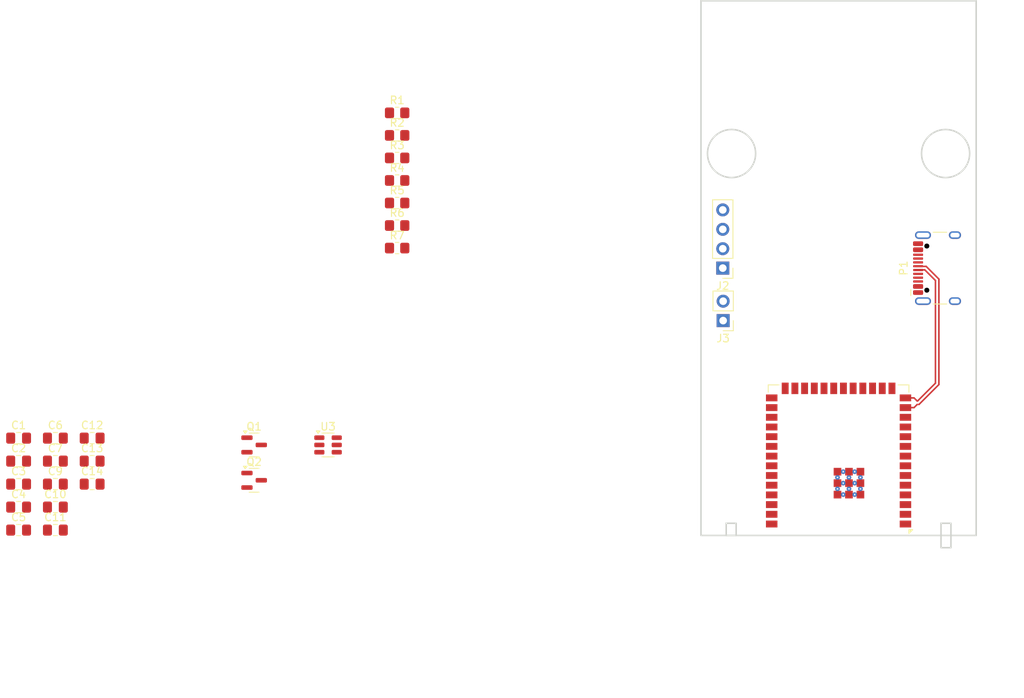
<source format=kicad_pcb>
(kicad_pcb (version 20240108) (generator "pcbnew") (generator_version "8.0")
  (layers (0 "F.Cu" signal) (31 "B.Cu" signal) (34 "B.Paste" user) (35 "F.Paste" user) (36 "B.SilkS" user "B.Silkscreen") (37 "F.SilkS" user "F.Silkscreen") (38 "B.Mask" user) (39 "F.Mask" user) (44 "Edge.Cuts" user))
  (net 0 "")
  (net 1 "+3.3V")
  (net 2 "GND")
  (net 3 "Net-(U1-EN)")
  (net 4 "USBD-")
  (net 5 "USBD+")
  (net 6 "+24V")
  (net 7 "Net-(U3-SW)")
  (net 8 "Net-(U3-BOOT)")
  (net 9 "+5V")
  (net 10 "Net-(U3-FB)")
  (net 11 "/PWM")
  (net 12 "/FG")
  (net 14 "VBUS")
  (net 16 "/PWM33")
  (net 17 "/FG33")
  (net 28 "/LED1")
  (net 34 "Net-(SW1-B)")
  (net 39 "/LED2")
  (footprint "Capacitor_SMD:C_0805_2012Metric_Pad1.18x1.45mm_HandSolder" (layer "F.Cu") (at 64.7925 102.765)
    (property "Reference" "C7" (at 0 -1.68 0) (layer "F.SilkS"))
    (property "Value" "22uF")
    (fp_line (start -0.261252 -0.735) (end 0.261252 -0.735) (stroke (width 0.12)) (layer "F.SilkS"))
    (fp_line (start -0.261252 0.735) (end 0.261252 0.735) (stroke (width 0.12)) (layer "F.SilkS"))
    (pad "1" smd roundrect (at -1.0375 0) (size 1.175 1.45) (layers "F.Cu" "F.Paste" "F.Mask") (roundrect_rratio 0.212766) (net 2 "GND"))
    (pad "2" smd roundrect (at 1.0375 0) (size 1.175 1.45) (layers "F.Cu" "F.Paste" "F.Mask") (roundrect_rratio 0.212766) (net 6 "+24V"))
  )
  (footprint "Connector_USB:USB_C_Receptacle_HCTL_HC-TYPE-C-16P-01A" (layer "F.Cu") (at 181.4 77.5 90)
    (property "Reference" "P1" (at 0 -5.645 90) (layer "F.SilkS"))
    (property "Value" "USB_C_Plug_USB2.0")
    (fp_line (start -2.8 -4.7) (end -3.6 -4.7) (stroke (width 0.12)) (layer "F.SilkS"))
    (fp_line (start 4.7 -1.78) (end 4.7 0) (stroke (width 0.12)) (layer "F.SilkS"))
    (fp_line (start -4.7 -1.78) (end -4.7 0) (stroke (width 0.12)) (layer "F.SilkS"))
    (pad "" np_thru_hole circle (at -2.89 -2.605 90) (size 0.65 0.65) (drill 0.65) (layers "*.Mask"))
    (pad "" np_thru_hole circle (at 2.89 -2.605 90) (size 0.65 0.65) (drill 0.65) (layers "*.Mask"))
    (pad "A1" smd roundrect (at -3.2 -3.745 90) (size 0.6 1.3) (layers "F.Cu" "F.Paste" "F.Mask") (net 2 "GND"))
    (pad "A4" smd roundrect (at -2.4 -3.745 90) (size 0.6 1.3) (layers "F.Cu" "F.Paste" "F.Mask") (net 14 "VBUS"))
    (pad "A5" smd roundrect (at -1.25 -3.745 90) (size 0.3 1.3) (layers "F.Cu" "F.Paste" "F.Mask"))
    (pad "A6" smd roundrect (at -0.25 -3.745 90) (size 0.3 1.3) (layers "F.Cu" "F.Paste" "F.Mask") (net 5 "USBD+"))
    (pad "A7" smd roundrect (at 0.25 -3.745 90) (size 0.3 1.3) (layers "F.Cu" "F.Paste" "F.Mask") (net 4 "USBD-"))
    (pad "A8" smd roundrect (at 1.25 -3.745 90) (size 0.3 1.3) (layers "F.Cu" "F.Paste" "F.Mask"))
    (pad "A9" smd roundrect (at 2.4 -3.745 90) (size 0.6 1.3) (layers "F.Cu" "F.Paste" "F.Mask") (net 14 "VBUS"))
    (pad "A12" smd roundrect (at 3.2 -3.745 90) (size 0.6 1.3) (layers "F.Cu" "F.Paste" "F.Mask") (net 2 "GND"))
    (pad "B1" smd roundrect (at 3.2 -3.745 90) (size 0.6 1.3) (layers "F.Cu" "F.Paste" "F.Mask") (net 2 "GND"))
    (pad "B4" smd roundrect (at 2.4 -3.745 90) (size 0.6 1.3) (layers "F.Cu" "F.Paste" "F.Mask") (net 14 "VBUS"))
    (pad "B5" smd roundrect (at 1.75 -3.745 90) (size 0.3 1.3) (layers "F.Cu" "F.Paste" "F.Mask"))
    (pad "B6" smd roundrect (at 0.75 -3.745 90) (size 0.3 1.3) (layers "F.Cu" "F.Paste" "F.Mask"))
    (pad "B7" smd roundrect (at -0.75 -3.745 90) (size 0.3 1.3) (layers "F.Cu" "F.Paste" "F.Mask"))
    (pad "B8" smd roundrect (at -1.75 -3.745 90) (size 0.3 1.3) (layers "F.Cu" "F.Paste" "F.Mask"))
    (pad "B9" smd roundrect (at -2.4 -3.745 90) (size 0.6 1.3) (layers "F.Cu" "F.Paste" "F.Mask") (net 14 "VBUS"))
    (pad "B12" smd roundrect (at -3.2 -3.745 90) (size 0.6 1.3) (layers "F.Cu" "F.Paste" "F.Mask") (net 2 "GND"))
    (pad "S1" thru_hole oval (at -4.32 -3.105 90) (size 1 2.1) (drill oval 0.6 1.7) (layers "*.Cu" "*.Mask") (net 2 "GND"))
    (pad "S1" thru_hole oval (at -4.32 1.075 90) (size 1 1.6) (drill oval 0.6 1.2) (layers "*.Cu" "*.Mask") (net 2 "GND"))
    (pad "S1" thru_hole oval (at 4.32 -3.105 90) (size 1 2.1) (drill oval 0.6 1.7) (layers "*.Cu" "*.Mask") (net 2 "GND"))
    (pad "S1" thru_hole oval (at 4.32 1.075 90) (size 1 1.6) (drill oval 0.6 1.2) (layers "*.Cu" "*.Mask") (net 2 "GND"))
  )
  (footprint "Package_TO_SOT_SMD:SOT-23" (layer "F.Cu") (at 90.7925 105.275)
    (property "Reference" "Q2" (at 0 -2.4 0) (layer "F.SilkS"))
    (property "Value" "BSS138")
    (fp_line (start 0 -1.56) (end -0.65 -1.56) (stroke (width 0.12)) (layer "F.SilkS"))
    (fp_line (start 0 -1.56) (end 0.65 -1.56) (stroke (width 0.12)) (layer "F.SilkS"))
    (fp_line (start 0 1.56) (end -0.65 1.56) (stroke (width 0.12)) (layer "F.SilkS"))
    (fp_line (start 0 1.56) (end 0.65 1.56) (stroke (width 0.12)) (layer "F.SilkS"))
    (fp_poly (pts (xy -1.1625 -1.51) (xy -1.4025 -1.84) (xy -0.9225 -1.84) (xy -1.1625 -1.51)) (stroke (width 0.12)) (fill solid) (layer "F.SilkS"))
    (pad "1" smd roundrect (at -0.9375 -0.95) (size 1.475 0.6) (layers "F.Cu" "F.Paste" "F.Mask") (net 1 "+3.3V"))
    (pad "2" smd roundrect (at -0.9375 0.95) (size 1.475 0.6) (layers "F.Cu" "F.Paste" "F.Mask") (net 17 "/FG33"))
    (pad "3" smd roundrect (at 0.9375 0) (size 1.475 0.6) (layers "F.Cu" "F.Paste" "F.Mask") (net 12 "/FG"))
  )
  (footprint "Resistor_SMD:R_0805_2012Metric_Pad1.20x1.40mm_HandSolder" (layer "F.Cu") (at 109.5025 57.175)
    (property "Reference" "R1" (at 0 -1.65 0) (layer "F.SilkS"))
    (property "Value" "10K")
    (fp_line (start -0.227064 -0.735) (end 0.227064 -0.735) (stroke (width 0.12)) (layer "F.SilkS"))
    (fp_line (start -0.227064 0.735) (end 0.227064 0.735) (stroke (width 0.12)) (layer "F.SilkS"))
    (pad "1" smd roundrect (at -1 0) (size 1.2 1.4) (layers "F.Cu" "F.Paste" "F.Mask") (roundrect_rratio 0.208333) (net 1 "+3.3V"))
    (pad "2" smd roundrect (at 1 0) (size 1.2 1.4) (layers "F.Cu" "F.Paste" "F.Mask") (roundrect_rratio 0.208333) (net 3 "Net-(U1-EN)"))
  )
  (footprint "Capacitor_SMD:C_0805_2012Metric_Pad1.18x1.45mm_HandSolder" (layer "F.Cu") (at 59.9825 99.755)
    (property "Reference" "C1" (at 0 -1.68 0) (layer "F.SilkS"))
    (property "Value" "22uF")
    (fp_line (start -0.261252 -0.735) (end 0.261252 -0.735) (stroke (width 0.12)) (layer "F.SilkS"))
    (fp_line (start -0.261252 0.735) (end 0.261252 0.735) (stroke (width 0.12)) (layer "F.SilkS"))
    (pad "1" smd roundrect (at -1.0375 0) (size 1.175 1.45) (layers "F.Cu" "F.Paste" "F.Mask") (roundrect_rratio 0.212766) (net 2 "GND"))
    (pad "2" smd roundrect (at 1.0375 0) (size 1.175 1.45) (layers "F.Cu" "F.Paste" "F.Mask") (roundrect_rratio 0.212766) (net 1 "+3.3V"))
  )
  (footprint "Resistor_SMD:R_0805_2012Metric_Pad1.20x1.40mm_HandSolder" (layer "F.Cu") (at 109.5025 71.925)
    (property "Reference" "R6" (at 0 -1.65 0) (layer "F.SilkS"))
    (property "Value" "100K")
    (fp_line (start -0.227064 -0.735) (end 0.227064 -0.735) (stroke (width 0.12)) (layer "F.SilkS"))
    (fp_line (start -0.227064 0.735) (end 0.227064 0.735) (stroke (width 0.12)) (layer "F.SilkS"))
    (pad "1" smd roundrect (at -1 0) (size 1.2 1.4) (layers "F.Cu" "F.Paste" "F.Mask") (roundrect_rratio 0.208333) (net 10 "Net-(U3-FB)"))
    (pad "2" smd roundrect (at 1 0) (size 1.2 1.4) (layers "F.Cu" "F.Paste" "F.Mask") (roundrect_rratio 0.208333) (net 9 "+5V"))
  )
  (footprint "Capacitor_SMD:C_0805_2012Metric_Pad1.18x1.45mm_HandSolder" (layer "F.Cu") (at 59.9825 108.785)
    (property "Reference" "C4" (at 0 -1.68 0) (layer "F.SilkS"))
    (property "Value" "47pF")
    (fp_line (start -0.261252 -0.735) (end 0.261252 -0.735) (stroke (width 0.12)) (layer "F.SilkS"))
    (fp_line (start -0.261252 0.735) (end 0.261252 0.735) (stroke (width 0.12)) (layer "F.SilkS"))
    (pad "1" smd roundrect (at -1.0375 0) (size 1.175 1.45) (layers "F.Cu" "F.Paste" "F.Mask") (roundrect_rratio 0.212766) (net 2 "GND"))
    (pad "2" smd roundrect (at 1.0375 0) (size 1.175 1.45) (layers "F.Cu" "F.Paste" "F.Mask") (roundrect_rratio 0.212766) (net 4 "USBD-"))
  )
  (footprint "Capacitor_SMD:C_0805_2012Metric_Pad1.18x1.45mm_HandSolder" (layer "F.Cu") (at 64.7925 111.795)
    (property "Reference" "C11" (at 0 -1.68 0) (layer "F.SilkS"))
    (property "Value" "22uF")
    (fp_line (start -0.261252 -0.735) (end 0.261252 -0.735) (stroke (width 0.12)) (layer "F.SilkS"))
    (fp_line (start -0.261252 0.735) (end 0.261252 0.735) (stroke (width 0.12)) (layer "F.SilkS"))
    (pad "1" smd roundrect (at -1.0375 0) (size 1.175 1.45) (layers "F.Cu" "F.Paste" "F.Mask") (roundrect_rratio 0.212766) (net 2 "GND"))
    (pad "2" smd roundrect (at 1.0375 0) (size 1.175 1.45) (layers "F.Cu" "F.Paste" "F.Mask") (roundrect_rratio 0.212766) (net 6 "+24V"))
  )
  (footprint "Capacitor_SMD:C_0805_2012Metric_Pad1.18x1.45mm_HandSolder" (layer "F.Cu") (at 59.9825 102.765)
    (property "Reference" "C2" (at 0 -1.68 0) (layer "F.SilkS"))
    (property "Value" "100nF")
    (fp_line (start -0.261252 -0.735) (end 0.261252 -0.735) (stroke (width 0.12)) (layer "F.SilkS"))
    (fp_line (start -0.261252 0.735) (end 0.261252 0.735) (stroke (width 0.12)) (layer "F.SilkS"))
    (pad "1" smd roundrect (at -1.0375 0) (size 1.175 1.45) (layers "F.Cu" "F.Paste" "F.Mask") (roundrect_rratio 0.212766) (net 2 "GND"))
    (pad "2" smd roundrect (at 1.0375 0) (size 1.175 1.45) (layers "F.Cu" "F.Paste" "F.Mask") (roundrect_rratio 0.212766) (net 1 "+3.3V"))
  )
  (footprint "Package_TO_SOT_SMD:SOT-23" (layer "F.Cu") (at 90.7925 100.65)
    (property "Reference" "Q1" (at 0 -2.4 0) (layer "F.SilkS"))
    (property "Value" "BSS138")
    (fp_line (start 0 -1.56) (end -0.65 -1.56) (stroke (width 0.12)) (layer "F.SilkS"))
    (fp_line (start 0 -1.56) (end 0.65 -1.56) (stroke (width 0.12)) (layer "F.SilkS"))
    (fp_line (start 0 1.56) (end -0.65 1.56) (stroke (width 0.12)) (layer "F.SilkS"))
    (fp_line (start 0 1.56) (end 0.65 1.56) (stroke (width 0.12)) (layer "F.SilkS"))
    (fp_poly (pts (xy -1.1625 -1.51) (xy -1.4025 -1.84) (xy -0.9225 -1.84) (xy -1.1625 -1.51)) (stroke (width 0.12)) (fill solid) (layer "F.SilkS"))
    (pad "1" smd roundrect (at -0.9375 -0.95) (size 1.475 0.6) (layers "F.Cu" "F.Paste" "F.Mask") (net 1 "+3.3V"))
    (pad "2" smd roundrect (at -0.9375 0.95) (size 1.475 0.6) (layers "F.Cu" "F.Paste" "F.Mask") (net 16 "/PWM33"))
    (pad "3" smd roundrect (at 0.9375 0) (size 1.475 0.6) (layers "F.Cu" "F.Paste" "F.Mask") (net 11 "/PWM"))
  )
  (footprint "Package_TO_SOT_SMD:SOT-23-6" (layer "F.Cu") (at 100.4625 100.65)
    (property "Reference" "U3" (at 0 -2.4 0) (layer "F.SilkS"))
    (property "Value" "TPS54202DDC")
    (fp_line (start 0 -1.56) (end -0.8 -1.56) (stroke (width 0.12)) (layer "F.SilkS"))
    (fp_line (start 0 -1.56) (end 0.8 -1.56) (stroke (width 0.12)) (layer "F.SilkS"))
    (fp_line (start 0 1.56) (end -0.8 1.56) (stroke (width 0.12)) (layer "F.SilkS"))
    (fp_line (start 0 1.56) (end 0.8 1.56) (stroke (width 0.12)) (layer "F.SilkS"))
    (fp_poly (pts (xy -1.3 -1.51) (xy -1.54 -1.84) (xy -1.06 -1.84) (xy -1.3 -1.51)) (stroke (width 0.12)) (fill solid) (layer "F.SilkS"))
    (pad "1" smd roundrect (at -1.1375 -0.95) (size 1.325 0.6) (layers "F.Cu" "F.Paste" "F.Mask") (net 2 "GND"))
    (pad "2" smd roundrect (at -1.1375 0) (size 1.325 0.6) (layers "F.Cu" "F.Paste" "F.Mask") (net 7 "Net-(U3-SW)"))
    (pad "3" smd roundrect (at -1.1375 0.95) (size 1.325 0.6) (layers "F.Cu" "F.Paste" "F.Mask") (net 6 "+24V"))
    (pad "4" smd roundrect (at 1.1375 0.95) (size 1.325 0.6) (layers "F.Cu" "F.Paste" "F.Mask") (net 10 "Net-(U3-FB)"))
    (pad "5" smd roundrect (at 1.1375 0) (size 1.325 0.6) (layers "F.Cu" "F.Paste" "F.Mask"))
    (pad "6" smd roundrect (at 1.1375 -0.95) (size 1.325 0.6) (layers "F.Cu" "F.Paste" "F.Mask") (net 8 "Net-(U3-BOOT)"))
  )
  (footprint "Resistor_SMD:R_0805_2012Metric_Pad1.20x1.40mm_HandSolder" (layer "F.Cu") (at 109.5025 63.075)
    (property "Reference" "R3" (at 0 -1.65 0) (layer "F.SilkS"))
    (property "Value" "10K")
    (fp_line (start -0.227064 -0.735) (end 0.227064 -0.735) (stroke (width 0.12)) (layer "F.SilkS"))
    (fp_line (start -0.227064 0.735) (end 0.227064 0.735) (stroke (width 0.12)) (layer "F.SilkS"))
    (pad "1" smd roundrect (at -1 0) (size 1.2 1.4) (layers "F.Cu" "F.Paste" "F.Mask") (roundrect_rratio 0.208333) (net 11 "/PWM"))
    (pad "2" smd roundrect (at 1 0) (size 1.2 1.4) (layers "F.Cu" "F.Paste" "F.Mask") (roundrect_rratio 0.208333) (net 9 "+5V"))
  )
  (footprint "Connector_PinHeader_2.54mm:PinHeader_1x04_P2.54mm_Vertical" (layer "F.Cu") (at 152.1 77.5 180)
    (property "Reference" "J2" (at 0 -2.33 360) (layer "F.SilkS"))
    (property "Value" "Conn_01x04")
    (fp_line (start 1.33 1.27) (end 1.33 8.95) (stroke (width 0.12)) (layer "F.SilkS"))
    (fp_line (start -1.33 8.95) (end 1.33 8.95) (stroke (width 0.12)) (layer "F.SilkS"))
    (fp_line (start -1.33 1.27) (end 1.33 1.27) (stroke (width 0.12)) (layer "F.SilkS"))
    (fp_line (start -1.33 1.27) (end -1.33 8.95) (stroke (width 0.12)) (layer "F.SilkS"))
    (fp_line (start -1.33 0) (end -1.33 -1.33) (stroke (width 0.12)) (layer "F.SilkS"))
    (fp_line (start -1.33 -1.33) (end 0 -1.33) (stroke (width 0.12)) (layer "F.SilkS"))
    (pad "1" thru_hole rect (at 0 0 180) (size 1.7 1.7) (drill 1) (layers "*.Cu" "*.Mask") (net 6 "+24V"))
    (pad "2" thru_hole oval (at 0 2.54 180) (size 1.7 1.7) (drill 1) (layers "*.Cu" "*.Mask") (net 2 "GND"))
    (pad "3" thru_hole oval (at 0 5.08 180) (size 1.7 1.7) (drill 1) (layers "*.Cu" "*.Mask") (net 11 "/PWM"))
    (pad "4" thru_hole oval (at 0 7.62 180) (size 1.7 1.7) (drill 1) (layers "*.Cu" "*.Mask") (net 12 "/FG"))
  )
  (footprint "RF_Module:ESP32-S3-WROOM-2" (layer "F.Cu") (at 167.25 105.74 180)
    (property "Reference" "U1" (hide yes))
    (property "Value" "ESP32-S3-WROOM-2")
    (fp_line (start 9.2 12.95) (end 9.2 12) (stroke (width 0.12)) (layer "F.SilkS"))
    (fp_line (start 7.8 12.95) (end 9.2 12.95) (stroke (width 0.12)) (layer "F.SilkS"))
    (fp_line (start -7.8 12.95) (end -9.2 12.95) (stroke (width 0.12)) (layer "F.SilkS"))
    (fp_line (start -9.2 12.95) (end -9.2 12) (stroke (width 0.12)) (layer "F.SilkS"))
    (fp_poly (pts (xy -9.2 -6) (xy -9.7 -6) (xy -9.2 -6.5) (xy -9.2 -6)) (stroke (width 0.12)) (fill solid) (layer "F.SilkS"))
    (pad "1" smd rect (at -8.75 -5.26 180) (size 1.5 0.9) (layers "F.Cu" "F.Paste" "F.Mask") (net 2 "GND"))
    (pad "2" smd rect (at -8.75 -3.99 180) (size 1.5 0.9) (layers "F.Cu" "F.Paste" "F.Mask") (net 1 "+3.3V"))
    (pad "3" smd rect (at -8.75 -2.72 180) (size 1.5 0.9) (layers "F.Cu" "F.Paste" "F.Mask") (net 3 "Net-(U1-EN)"))
    (pad "4" smd rect (at -8.75 -1.45 180) (size 1.5 0.9) (layers "F.Cu" "F.Paste" "F.Mask"))
    (pad "5" smd rect (at -8.75 -0.18 180) (size 1.5 0.9) (layers "F.Cu" "F.Paste" "F.Mask") (net 16 "/PWM33"))
    (pad "6" smd rect (at -8.75 1.09 180) (size 1.5 0.9) (layers "F.Cu" "F.Paste" "F.Mask") (net 17 "/FG33"))
    (pad "7" smd rect (at -8.75 2.36 180) (size 1.5 0.9) (layers "F.Cu" "F.Paste" "F.Mask"))
    (pad "8" smd rect (at -8.75 3.63 180) (size 1.5 0.9) (layers "F.Cu" "F.Paste" "F.Mask") (net 28 "/LED1"))
    (pad "9" smd rect (at -8.75 4.9 180) (size 1.5 0.9) (layers "F.Cu" "F.Paste" "F.Mask") (net 39 "/LED2"))
    (pad "10" smd rect (at -8.75 6.17 180) (size 1.5 0.9) (layers "F.Cu" "F.Paste" "F.Mask"))
    (pad "11" smd rect (at -8.75 7.44 180) (size 1.5 0.9) (layers "F.Cu" "F.Paste" "F.Mask"))
    (pad "12" smd rect (at -8.75 8.71 180) (size 1.5 0.9) (layers "F.Cu" "F.Paste" "F.Mask"))
    (pad "13" smd rect (at -8.75 9.98 180) (size 1.5 0.9) (layers "F.Cu" "F.Paste" "F.Mask") (net 4 "USBD-"))
    (pad "14" smd rect (at -8.75 11.25 180) (size 1.5 0.9) (layers "F.Cu" "F.Paste" "F.Mask") (net 5 "USBD+"))
    (pad "15" smd rect (at -6.985 12.5 270) (size 1.5 0.9) (layers "F.Cu" "F.Paste" "F.Mask"))
    (pad "16" smd rect (at -5.715 12.5 270) (size 1.5 0.9) (layers "F.Cu" "F.Paste" "F.Mask"))
    (pad "17" smd rect (at -4.445 12.5 270) (size 1.5 0.9) (layers "F.Cu" "F.Paste" "F.Mask") (net 34 "Net-(SW1-B)"))
    (pad "18" smd rect (at -3.175 12.5 270) (size 1.5 0.9) (layers "F.Cu" "F.Paste" "F.Mask"))
    (pad "19" smd rect (at -1.905 12.5 270) (size 1.5 0.9) (layers "F.Cu" "F.Paste" "F.Mask"))
    (pad "20" smd rect (at -0.635 12.5 270) (size 1.5 0.9) (layers "F.Cu" "F.Paste" "F.Mask"))
    (pad "21" smd rect (at 0.635 12.5 270) (size 1.5 0.9) (layers "F.Cu" "F.Paste" "F.Mask"))
    (pad "22" smd rect (at 1.905 12.5 270) (size 1.5 0.9) (layers "F.Cu" "F.Paste" "F.Mask"))
    (pad "23" smd rect (at 3.175 12.5 270) (size 1.5 0.9) (layers "F.Cu" "F.Paste" "F.Mask"))
    (pad "24" smd rect (at 4.445 12.5 270) (size 1.5 0.9) (layers "F.Cu" "F.Paste" "F.Mask"))
    (pad "25" smd rect (at 5.715 12.5 270) (size 1.5 0.9) (layers "F.Cu" "F.Paste" "F.Mask"))
    (pad "26" smd rect (at 6.985 12.5 270) (size 1.5 0.9) (layers "F.Cu" "F.Paste" "F.Mask"))
    (pad "27" smd rect (at 8.75 11.25 180) (size 1.5 0.9) (layers "F.Cu" "F.Paste" "F.Mask"))
    (pad "28" smd rect (at 8.75 9.98 180) (size 1.5 0.9) (layers "F.Cu" "F.Paste" "F.Mask"))
    (pad "29" smd rect (at 8.75 8.71 180) (size 1.5 0.9) (layers "F.Cu" "F.Paste" "F.Mask"))
    (pad "30" smd rect (at 8.75 7.44 180) (size 1.5 0.9) (layers "F.Cu" "F.Paste" "F.Mask"))
    (pad "31" smd rect (at 8.75 6.17 180) (size 1.5 0.9) (layers "F.Cu" "F.Paste" "F.Mask"))
    (pad "32" smd rect (at 8.75 4.9 180) (size 1.5 0.9) (layers "F.Cu" "F.Paste" "F.Mask"))
    (pad "33" smd rect (at 8.75 3.63 180) (size 1.5 0.9) (layers "F.Cu" "F.Paste" "F.Mask"))
    (pad "34" smd rect (at 8.75 2.36 180) (size 1.5 0.9) (layers "F.Cu" "F.Paste" "F.Mask"))
    (pad "35" smd rect (at 8.75 1.09 180) (size 1.5 0.9) (layers "F.Cu" "F.Paste" "F.Mask"))
    (pad "36" smd rect (at 8.75 -0.18 180) (size 1.5 0.9) (layers "F.Cu" "F.Paste" "F.Mask"))
    (pad "37" smd rect (at 8.75 -1.45 180) (size 1.5 0.9) (layers "F.Cu" "F.Paste" "F.Mask"))
    (pad "38" smd rect (at 8.75 -2.72 180) (size 1.5 0.9) (layers "F.Cu" "F.Paste" "F.Mask"))
    (pad "39" smd rect (at 8.75 -3.99 180) (size 1.5 0.9) (layers "F.Cu" "F.Paste" "F.Mask"))
    (pad "40" smd rect (at 8.75 -5.26 180) (size 1.5 0.9) (layers "F.Cu" "F.Paste" "F.Mask") (net 2 "GND"))
    (pad "41" smd rect (at -2.86 -1.41 180) (size 1 1) (layers "F.Cu" "F.Paste" "F.Mask") (net 2 "GND"))
    (pad "41" thru_hole circle (at -2.86 -0.66 180) (size 0.6 0.6) (drill 0.2) (layers "*.Cu" "*.Mask") (net 2 "GND"))
    (pad "41" smd rect (at -2.86 0.09 180) (size 1 1) (layers "F.Cu" "F.Paste" "F.Mask") (net 2 "GND"))
    (pad "41" thru_hole circle (at -2.86 0.84 180) (size 0.6 0.6) (drill 0.2) (layers "*.Cu" "*.Mask") (net 2 "GND"))
    (pad "41" smd rect (at -2.86 1.59 180) (size 1 1) (layers "F.Cu" "F.Paste" "F.Mask") (net 2 "GND"))
    (pad "41" thru_hole circle (at -2.11 -1.41 180) (size 0.6 0.6) (drill 0.2) (layers "*.Cu" "*.Mask") (net 2 "GND"))
    (pad "41" thru_hole circle (at -2.11 0.09 180) (size 0.6 0.6) (drill 0.2) (layers "*.Cu" "*.Mask") (net 2 "GND"))
    (pad "41" thru_hole circle (at -2.11 1.59 180) (size 0.6 0.6) (drill 0.2) (layers "*.Cu" "*.Mask") (net 2 "GND"))
    (pad "41" smd rect (at -1.36 -1.41 180) (size 1 1) (layers "F.Cu" "F.Paste" "F.Mask") (net 2 "GND"))
    (pad "41" thru_hole circle (at -1.36 -0.66 180) (size 0.6 0.6) (drill 0.2) (layers "*.Cu" "*.Mask") (net 2 "GND"))
    (pad "41" smd rect (at -1.36 0.09 180) (size 1 1) (layers "F.Cu" "F.Paste" "F.Mask") (net 2 "GND"))
    (pad "41" thru_hole circle (at -1.36 0.84 180) (size 0.6 0.6) (drill 0.2) (layers "*.Cu" "*.Mask") (net 2 "GND"))
    (pad "41" smd rect (at -1.36 1.59 180) (size 1 1) (layers "F.Cu" "F.Paste" "F.Mask") (net 2 "GND"))
    (pad "41" thru_hole circle (at -0.61 -1.41 180) (size 0.6 0.6) (drill 0.2) (layers "*.Cu" "*.Mask") (net 2 "GND"))
    (pad "41" thru_hole circle (at -0.61 0.09 180) (size 0.6 0.6) (drill 0.2) (layers "*.Cu" "*.Mask") (net 2 "GND"))
    (pad "41" thru_hole circle (at -0.61 1.59 180) (size 0.6 0.6) (drill 0.2) (layers "*.Cu" "*.Mask") (net 2 "GND"))
    (pad "41" smd rect (at 0.14 -1.41 180) (size 1 1) (layers "F.Cu" "F.Paste" "F.Mask") (net 2 "GND"))
    (pad "41" thru_hole circle (at 0.14 -0.66 180) (size 0.6 0.6) (drill 0.2) (layers "*.Cu" "*.Mask") (net 2 "GND"))
    (pad "41" smd rect (at 0.14 0.09 180) (size 1 1) (layers "F.Cu" "F.Paste" "F.Mask") (net 2 "GND"))
    (pad "41" thru_hole circle (at 0.14 0.84 180) (size 0.6 0.6) (drill 0.2) (layers "*.Cu" "*.Mask") (net 2 "GND"))
    (pad "41" smd rect (at 0.14 1.59 180) (size 1 1) (layers "F.Cu" "F.Paste" "F.Mask") (net 2 "GND"))
  )
  (footprint "Capacitor_SMD:C_0805_2012Metric_Pad1.18x1.45mm_HandSolder" (layer "F.Cu") (at 69.6025 102.765)
    (property "Reference" "C13" (at 0 -1.68 0) (layer "F.SilkS"))
    (property "Value" "470uF")
    (fp_line (start -0.261252 -0.735) (end 0.261252 -0.735) (stroke (width 0.12)) (layer "F.SilkS"))
    (fp_line (start -0.261252 0.735) (end 0.261252 0.735) (stroke (width 0.12)) (layer "F.SilkS"))
    (pad "1" smd roundrect (at -1.0375 0) (size 1.175 1.45) (layers "F.Cu" "F.Paste" "F.Mask") (roundrect_rratio 0.212766) (net 10 "Net-(U3-FB)"))
    (pad "2" smd roundrect (at 1.0375 0) (size 1.175 1.45) (layers "F.Cu" "F.Paste" "F.Mask") (roundrect_rratio 0.212766) (net 9 "+5V"))
  )
  (footprint "Capacitor_SMD:C_0805_2012Metric_Pad1.18x1.45mm_HandSolder" (layer "F.Cu") (at 59.9825 105.775)
    (property "Reference" "C3" (at 0 -1.68 0) (layer "F.SilkS"))
    (property "Value" "22uF")
    (fp_line (start -0.261252 -0.735) (end 0.261252 -0.735) (stroke (width 0.12)) (layer "F.SilkS"))
    (fp_line (start -0.261252 0.735) (end 0.261252 0.735) (stroke (width 0.12)) (layer "F.SilkS"))
    (pad "1" smd roundrect (at -1.0375 0) (size 1.175 1.45) (layers "F.Cu" "F.Paste" "F.Mask") (roundrect_rratio 0.212766) (net 2 "GND"))
    (pad "2" smd roundrect (at 1.0375 0) (size 1.175 1.45) (layers "F.Cu" "F.Paste" "F.Mask") (roundrect_rratio 0.212766) (net 3 "Net-(U1-EN)"))
  )
  (footprint "Resistor_SMD:R_0805_2012Metric_Pad1.20x1.40mm_HandSolder" (layer "F.Cu") (at 109.5025 74.875)
    (property "Reference" "R7" (at 0 -1.65 0) (layer "F.SilkS"))
    (property "Value" "13,7K")
    (fp_line (start -0.227064 -0.735) (end 0.227064 -0.735) (stroke (width 0.12)) (layer "F.SilkS"))
    (fp_line (start -0.227064 0.735) (end 0.227064 0.735) (stroke (width 0.12)) (layer "F.SilkS"))
    (pad "1" smd roundrect (at -1 0) (size 1.2 1.4) (layers "F.Cu" "F.Paste" "F.Mask") (roundrect_rratio 0.208333) (net 2 "GND"))
    (pad "2" smd roundrect (at 1 0) (size 1.2 1.4) (layers "F.Cu" "F.Paste" "F.Mask") (roundrect_rratio 0.208333) (net 10 "Net-(U3-FB)"))
  )
  (footprint "Connector_PinHeader_2.54mm:PinHeader_1x02_P2.54mm_Vertical" (layer "F.Cu") (at 152.15 84.37 180)
    (property "Reference" "J3" (at 0 -2.33 360) (layer "F.SilkS"))
    (property "Value" "Conn_01x02")
    (fp_line (start 1.33 1.27) (end 1.33 3.87) (stroke (width 0.12)) (layer "F.SilkS"))
    (fp_line (start -1.33 3.87) (end 1.33 3.87) (stroke (width 0.12)) (layer "F.SilkS"))
    (fp_line (start -1.33 1.27) (end 1.33 1.27) (stroke (width 0.12)) (layer "F.SilkS"))
    (fp_line (start -1.33 1.27) (end -1.33 3.87) (stroke (width 0.12)) (layer "F.SilkS"))
    (fp_line (start -1.33 0) (end -1.33 -1.33) (stroke (width 0.12)) (layer "F.SilkS"))
    (fp_line (start -1.33 -1.33) (end 0 -1.33) (stroke (width 0.12)) (layer "F.SilkS"))
    (pad "1" thru_hole rect (at 0 0 180) (size 1.7 1.7) (drill 1) (layers "*.Cu" "*.Mask") (net 6 "+24V"))
    (pad "2" thru_hole oval (at 0 2.54 180) (size 1.7 1.7) (drill 1) (layers "*.Cu" "*.Mask") (net 2 "GND"))
  )
  (footprint "Capacitor_SMD:C_0805_2012Metric_Pad1.18x1.45mm_HandSolder" (layer "F.Cu") (at 64.7925 105.775)
    (property "Reference" "C9" (at 0 -1.68 0) (layer "F.SilkS"))
    (property "Value" "470uF")
    (fp_line (start -0.261252 -0.735) (end 0.261252 -0.735) (stroke (width 0.12)) (layer "F.SilkS"))
    (fp_line (start -0.261252 0.735) (end 0.261252 0.735) (stroke (width 0.12)) (layer "F.SilkS"))
    (pad "1" smd roundrect (at -1.0375 0) (size 1.175 1.45) (layers "F.Cu" "F.Paste" "F.Mask") (roundrect_rratio 0.212766) (net 2 "GND"))
    (pad "2" smd roundrect (at 1.0375 0) (size 1.175 1.45) (layers "F.Cu" "F.Paste" "F.Mask") (roundrect_rratio 0.212766) (net 1 "+3.3V"))
  )
  (footprint "Capacitor_SMD:C_0805_2012Metric_Pad1.18x1.45mm_HandSolder" (layer "F.Cu") (at 69.6025 105.775)
    (property "Reference" "C14" (at 0 -1.68 0) (layer "F.SilkS"))
    (property "Value" "22uF")
    (fp_line (start -0.261252 -0.735) (end 0.261252 -0.735) (stroke (width 0.12)) (layer "F.SilkS"))
    (fp_line (start -0.261252 0.735) (end 0.261252 0.735) (stroke (width 0.12)) (layer "F.SilkS"))
    (pad "1" smd roundrect (at -1.0375 0) (size 1.175 1.45) (layers "F.Cu" "F.Paste" "F.Mask") (roundrect_rratio 0.212766) (net 2 "GND"))
    (pad "2" smd roundrect (at 1.0375 0) (size 1.175 1.45) (layers "F.Cu" "F.Paste" "F.Mask") (roundrect_rratio 0.212766) (net 9 "+5V"))
  )
  (footprint "Resistor_SMD:R_0805_2012Metric_Pad1.20x1.40mm_HandSolder" (layer "F.Cu") (at 109.5025 68.975)
    (property "Reference" "R5" (at 0 -1.65 0) (layer "F.SilkS"))
    (property "Value" "10K")
    (fp_line (start -0.227064 -0.735) (end 0.227064 -0.735) (stroke (width 0.12)) (layer "F.SilkS"))
    (fp_line (start -0.227064 0.735) (end 0.227064 0.735) (stroke (width 0.12)) (layer "F.SilkS"))
    (pad "1" smd roundrect (at -1 0) (size 1.2 1.4) (layers "F.Cu" "F.Paste" "F.Mask") (roundrect_rratio 0.208333) (net 12 "/FG"))
    (pad "2" smd roundrect (at 1 0) (size 1.2 1.4) (layers "F.Cu" "F.Paste" "F.Mask") (roundrect_rratio 0.208333) (net 9 "+5V"))
  )
  (footprint "Capacitor_SMD:C_0805_2012Metric_Pad1.18x1.45mm_HandSolder" (layer "F.Cu") (at 59.9825 111.795)
    (property "Reference" "C5" (at 0 -1.68 0) (layer "F.SilkS"))
    (property "Value" "47pF")
    (fp_line (start -0.261252 -0.735) (end 0.261252 -0.735) (stroke (width 0.12)) (layer "F.SilkS"))
    (fp_line (start -0.261252 0.735) (end 0.261252 0.735) (stroke (width 0.12)) (layer "F.SilkS"))
    (pad "1" smd roundrect (at -1.0375 0) (size 1.175 1.45) (layers "F.Cu" "F.Paste" "F.Mask") (roundrect_rratio 0.212766) (net 2 "GND"))
    (pad "2" smd roundrect (at 1.0375 0) (size 1.175 1.45) (layers "F.Cu" "F.Paste" "F.Mask") (roundrect_rratio 0.212766) (net 5 "USBD+"))
  )
  (footprint "Capacitor_SMD:C_0805_2012Metric_Pad1.18x1.45mm_HandSolder" (layer "F.Cu") (at 69.6025 99.755)
    (property "Reference" "C12" (at 0 -1.68 0) (layer "F.SilkS"))
    (property "Value" "100nF")
    (fp_line (start -0.261252 -0.735) (end 0.261252 -0.735) (stroke (width 0.12)) (layer "F.SilkS"))
    (fp_line (start -0.261252 0.735) (end 0.261252 0.735) (stroke (width 0.12)) (layer "F.SilkS"))
    (pad "1" smd roundrect (at -1.0375 0) (size 1.175 1.45) (layers "F.Cu" "F.Paste" "F.Mask") (roundrect_rratio 0.212766) (net 8 "Net-(U3-BOOT)"))
    (pad "2" smd roundrect (at 1.0375 0) (size 1.175 1.45) (layers "F.Cu" "F.Paste" "F.Mask") (roundrect_rratio 0.212766) (net 7 "Net-(U3-SW)"))
  )
  (footprint "Resistor_SMD:R_0805_2012Metric_Pad1.20x1.40mm_HandSolder" (layer "F.Cu") (at 109.5025 60.125)
    (property "Reference" "R2" (at 0 -1.65 0) (layer "F.SilkS"))
    (property "Value" "10K")
    (fp_line (start -0.227064 -0.735) (end 0.227064 -0.735) (stroke (width 0.12)) (layer "F.SilkS"))
    (fp_line (start -0.227064 0.735) (end 0.227064 0.735) (stroke (width 0.12)) (layer "F.SilkS"))
    (pad "1" smd roundrect (at -1 0) (size 1.2 1.4) (layers "F.Cu" "F.Paste" "F.Mask") (roundrect_rratio 0.208333) (net 16 "/PWM33"))
    (pad "2" smd roundrect (at 1 0) (size 1.2 1.4) (layers "F.Cu" "F.Paste" "F.Mask") (roundrect_rratio 0.208333) (net 1 "+3.3V"))
  )
  (footprint "Capacitor_SMD:C_0805_2012Metric_Pad1.18x1.45mm_HandSolder" (layer "F.Cu") (at 64.7925 108.785)
    (property "Reference" "C10" (at 0 -1.68 0) (layer "F.SilkS"))
    (property "Value" "22uF")
    (fp_line (start -0.261252 -0.735) (end 0.261252 -0.735) (stroke (width 0.12)) (layer "F.SilkS"))
    (fp_line (start -0.261252 0.735) (end 0.261252 0.735) (stroke (width 0.12)) (layer "F.SilkS"))
    (pad "1" smd roundrect (at -1.0375 0) (size 1.175 1.45) (layers "F.Cu" "F.Paste" "F.Mask") (roundrect_rratio 0.212766) (net 2 "GND"))
    (pad "2" smd roundrect (at 1.0375 0) (size 1.175 1.45) (layers "F.Cu" "F.Paste" "F.Mask") (roundrect_rratio 0.212766) (net 1 "+3.3V"))
  )
  (footprint "Capacitor_SMD:C_0805_2012Metric_Pad1.18x1.45mm_HandSolder" (layer "F.Cu") (at 64.7925 99.755)
    (property "Reference" "C6" (at 0 -1.68 0) (layer "F.SilkS"))
    (property "Value" "470uF")
    (fp_line (start -0.261252 -0.735) (end 0.261252 -0.735) (stroke (width 0.12)) (layer "F.SilkS"))
    (fp_line (start -0.261252 0.735) (end 0.261252 0.735) (stroke (width 0.12)) (layer "F.SilkS"))
    (pad "1" smd roundrect (at -1.0375 0) (size 1.175 1.45) (layers "F.Cu" "F.Paste" "F.Mask") (roundrect_rratio 0.212766) (net 2 "GND"))
    (pad "2" smd roundrect (at 1.0375 0) (size 1.175 1.45) (layers "F.Cu" "F.Paste" "F.Mask") (roundrect_rratio 0.212766) (net 6 "+24V"))
  )
  (footprint "Resistor_SMD:R_0805_2012Metric_Pad1.20x1.40mm_HandSolder" (layer "F.Cu") (at 109.5025 66.025)
    (property "Reference" "R4" (at 0 -1.65 0) (layer "F.SilkS"))
    (property "Value" "10K")
    (fp_line (start -0.227064 -0.735) (end 0.227064 -0.735) (stroke (width 0.12)) (layer "F.SilkS"))
    (fp_line (start -0.227064 0.735) (end 0.227064 0.735) (stroke (width 0.12)) (layer "F.SilkS"))
    (pad "1" smd roundrect (at -1 0) (size 1.2 1.4) (layers "F.Cu" "F.Paste" "F.Mask") (roundrect_rratio 0.208333) (net 17 "/FG33"))
    (pad "2" smd roundrect (at 1 0) (size 1.2 1.4) (layers "F.Cu" "F.Paste" "F.Mask") (roundrect_rratio 0.208333) (net 1 "+3.3V"))
  )
  (gr_circle (center 181.25 62.5) (end 184.4 62.5) (stroke (width 0.2)) (fill none) (layer "Edge.Cuts"))
  (gr_rect (start 180.65 110.9) (end 181.95 114.1) (stroke (width 0.2)) (fill none) (layer "Edge.Cuts"))
  (gr_circle (center 153.25 62.5) (end 156.400397 62.5) (stroke (width 0.2)) (fill none) (layer "Edge.Cuts"))
  (gr_rect (start 149.25 42.5) (end 185.25 112.5) (stroke (width 0.2)) (fill none) (layer "Edge.Cuts"))
  (gr_rect (start 152.55 110.9) (end 153.85 112.5) (stroke (width 0.2)) (fill none) (layer "Edge.Cuts"))
  (segment (start 178.155 77.25) (end 177.655 77.25) (width 0.2) (layer "F.Cu") (net 4))
  (segment (start 180.375 78.936565) (end 178.713435 77.275) (width 0.2) (layer "F.Cu") (net 4))
  (segment (start 178.18 77.275) (end 178.155 77.25) (width 0.2) (layer "F.Cu") (net 4))
  (segment (start 176 95.76) (end 177.125001 95.76) (width 0.2) (layer "F.Cu") (net 4))
  (segment (start 180.375 92.7432) (end 180.375 78.936565) (width 0.2) (layer "F.Cu") (net 4))
  (segment (start 177.125001 95.76) (end 177.535001 95.35) (width 0.2) (layer "F.Cu") (net 4))
  (segment (start 177.535001 95.35) (end 177.7682 95.35) (width 0.2) (layer "F.Cu") (net 4))
  (segment (start 178.713435 77.275) (end 178.18 77.275) (width 0.2) (layer "F.Cu") (net 4))
  (segment (start 177.7682 95.35) (end 180.375 92.7432) (width 0.2) (layer "F.Cu") (net 4))
  (segment (start 177.5818 94.9) (end 179.925 92.5568) (width 0.2) (layer "F.Cu") (net 5))
  (segment (start 177.125001 94.49) (end 177.535001 94.9) (width 0.2) (layer "F.Cu") (net 5))
  (segment (start 179.925 92.5568) (end 179.925 79.122965) (width 0.2) (layer "F.Cu") (net 5))
  (segment (start 176 94.49) (end 177.125001 94.49) (width 0.2) (layer "F.Cu") (net 5))
  (segment (start 178.18 77.725) (end 178.155 77.75) (width 0.2) (layer "F.Cu") (net 5))
  (segment (start 177.535001 94.9) (end 177.5818 94.9) (width 0.2) (layer "F.Cu") (net 5))
  (segment (start 178.155 77.75) (end 177.655 77.75) (width 0.2) (layer "F.Cu") (net 5))
  (segment (start 178.527035 77.725) (end 178.18 77.725) (width 0.2) (layer "F.Cu") (net 5))
  (segment (start 179.925 79.122965) (end 178.527035 77.725) (width 0.2) (layer "F.Cu") (net 5))
)
</source>
